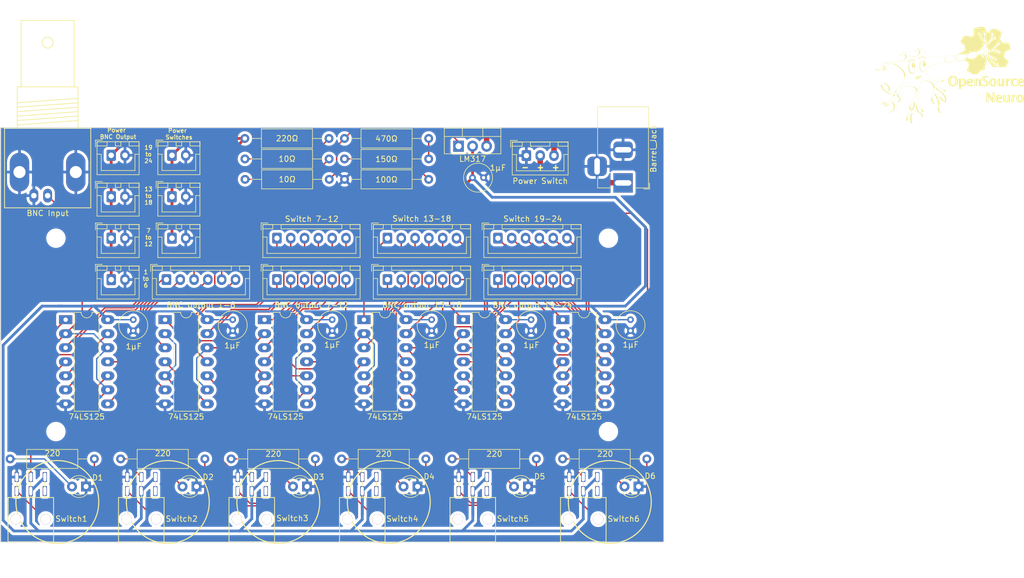
<source format=kicad_pcb>
(kicad_pcb (version 20221018) (generator pcbnew)
  (layers (0 "F.Cu" signal) (31 "B.Cu" signal) (34 "B.Paste" user) (35 "F.Paste" user) (36 "B.SilkS" user "B.Silkscreen") (37 "F.SilkS" user "F.Silkscreen") (38 "B.Mask" user) (39 "F.Mask" user) (44 "Edge.Cuts" user))
  (net 0 "")
  (net 1 "GNDREF")
  (net 2 "Net-(D1-A)")
  (net 3 "Net-(D2-A)")
  (net 4 "Net-(D3-A)")
  (net 5 "Net-(D4-A)")
  (net 6 "Net-(D5-A)")
  (net 7 "Net-(D6-A)")
  (net 8 "Blanking_In")
  (net 9 "Blanking_Out1")
  (net 10 "Blanking_Out2")
  (net 11 "Blanking_Out3")
  (net 12 "Blanking_Out4")
  (net 13 "Blanking_Out5")
  (net 14 "Blanking_Out6")
  (net 15 "Blanking_Out7")
  (net 16 "Blanking_Out8")
  (net 17 "Blanking_Out9")
  (net 18 "Blanking_Out10")
  (net 19 "Blanking_Out11")
  (net 20 "Blanking_Out12")
  (net 21 "On_7")
  (net 22 "On_8")
  (net 23 "On_9")
  (net 24 "On_10")
  (net 25 "On_11")
  (net 26 "On_12")
  (net 27 "5V")
  (net 28 "Blanking_Out13")
  (net 29 "Blanking_Out14")
  (net 30 "Blanking_Out15")
  (net 31 "Blanking_Out16")
  (net 32 "Blanking_Out17")
  (net 33 "Blanking_Out18")
  (net 34 "On_13")
  (net 35 "On_14")
  (net 36 "On_15")
  (net 37 "On_16")
  (net 38 "On_17")
  (net 39 "On_18")
  (net 40 "Blanking_Out19")
  (net 41 "Blanking_Out20")
  (net 42 "Blanking_Out21")
  (net 43 "Blanking_Out22")
  (net 44 "Blanking_Out23")
  (net 45 "Blanking_Out24")
  (net 46 "On_19")
  (net 47 "On_20")
  (net 48 "On_21")
  (net 49 "On_22")
  (net 50 "On_23")
  (net 51 "On_24")
  (net 52 "Net-(J1-Pin_2)")
  (net 53 "+12V")
  (net 54 "Net-(R1-Pad1)")
  (net 55 "Net-(R2-Pad1)")
  (net 56 "Net-(R3-Pad1)")
  (net 57 "Net-(R4-Pad1)")
  (net 58 "Net-(R5-Pad1)")
  (net 59 "Net-(R6-Pad1)")
  (net 60 "On_1")
  (net 61 "Net-(U7-ADJ)")
  (net 62 "Net-(R7-Pad2)")
  (net 63 "On_2")
  (net 64 "Net-(R10-Pad2)")
  (net 65 "Net-(R11-Pad2)")
  (net 66 "On_3")
  (net 67 "Net-(R10-Pad1)")
  (net 68 "On_4")
  (net 69 "On_5")
  (net 70 "On_6")
  (footprint "Resistor_THT:R_Axial_DIN0309_L9.0mm_D3.2mm_P15.24mm_Horizontal" (layer "F.Cu") (at 86.95 109.95 180)
    (fp_text reference "R2")
    (fp_text value "220")
  )
  (footprint "LED_THT:LED_D3.0mm" (layer "F.Cu") (at 85.45 114.95 180)
    (fp_text reference "D2")
    (fp_text value "LED")
  )
  (footprint "Resistor_THT:R_Axial_DIN0309_L9.0mm_D3.2mm_P15.24mm_Horizontal" (layer "F.Cu") (at 94.21 55.65)
    (fp_text reference "R10")
    (fp_text value "10Ω")
  )
  (footprint "Connector_JST:JST_XH_B2B-XH-A_1x02_P2.50mm_Vertical" (layer "F.Cu") (at 81 70)
    (fp_text reference "J13")
    (fp_text value "Power Switch 7-12")
  )
  (footprint "Maxime:maxi_DPDT_Angled" (layer "F.Cu") (at 135.45 124.95)
    (fp_text reference "Switch5")
    (fp_text value "SW_Push_DPDT" hide)
  )
  (footprint "Connector_JST:JST_XH_B2B-XH-A_1x02_P2.50mm_Vertical" (layer "F.Cu") (at 70 70)
    (fp_text reference "J12")
    (fp_text value "Power BNC_Output 7-12")
  )
  (footprint "Connector_JST:JST_XH_B6B-XH-A_1x06_P2.50mm_Vertical" (layer "F.Cu") (at 140 77.5)
    (fp_text reference "J8")
    (fp_text value "BNC output 19-24")
  )
  (footprint "Capacitor_THT:C_Radial_D5.0mm_H5.0mm_P2.00mm" (layer "F.Cu") (at 92 84.75 -90)
    (fp_text reference "C3")
    (fp_text value "1μF")
  )
  (footprint "Package_TO_SOT_THT:TO-220-3_Vertical" (layer "F.Cu") (at 132.87 53.35)
    (fp_text reference "U7")
    (fp_text value "LM317")
  )
  (footprint "MountingHole:MountingHole_3mm" (layer "F.Cu") (at 60 70)
    (fp_text reference "H4")
    (fp_text value "MountingHole")
  )
  (footprint "LED_THT:LED_D3.0mm" (layer "F.Cu") (at 145.45 114.95 180)
    (fp_text reference "D5")
    (fp_text value "LED")
  )
  (footprint "Capacitor_THT:C_Radial_D5.0mm_H5.0mm_P2.00mm" (layer "F.Cu") (at 110 84.75 -90)
    (fp_text reference "C4")
    (fp_text value "1μF")
  )
  (footprint "Connector_JST:JST_XH_B6B-XH-A_1x06_P2.50mm_Vertical" (layer "F.Cu") (at 140 70)
    (fp_text reference "J9")
    (fp_text value "Switch 19-24")
  )
  (footprint "Resistor_THT:R_Axial_DIN0309_L9.0mm_D3.2mm_P15.24mm_Horizontal" (layer "F.Cu") (at 112.23 55.65)
    (fp_text reference "R9")
    (fp_text value "150Ω")
  )
  (footprint "LED_THT:LED_D3.0mm" (layer "F.Cu") (at 165.45 114.95 180)
    (fp_text reference "D6")
    (fp_text value "LED")
  )
  (footprint "Connector_JST:JST_XH_B3B-XH-A_1x03_P2.50mm_Vertical" (layer "F.Cu") (at 145.15 55.05)
    (fp_text reference "J1")
    (fp_text value "Power Switch")
  )
  (footprint "Connector_JST:JST_XH_B2B-XH-A_1x02_P2.50mm_Vertical" (layer "F.Cu") (at 70 62.5)
    (fp_text reference "J14")
    (fp_text value "Power BNC_Output 13-18")
  )
  (footprint "Connector_JST:JST_XH_B6B-XH-A_1x06_P2.50mm_Vertical" (layer "F.Cu") (at 100 70)
    (fp_text reference "J5")
    (fp_text value "Switch 7-12")
  )
  (footprint "Maxime:BNC_Socket_TYCO-AMP_LargePads" (layer "F.Cu") (at 58.5 57.29979)
    (fp_text reference "J2" hide)
    (fp_text value "BNC Input")
  )
  (footprint "Capacitor_THT:C_Radial_D5.0mm_H5.0mm_P2.00mm" (layer "F.Cu") (at 74 84.75 -90)
    (fp_text reference "C2")
    (fp_text value "1μF")
  )
  (footprint "Connector_BarrelJack:BarrelJack_Horizontal" (layer "F.Cu") (at 162.65 60 -90)
    (fp_text reference "J10")
    (fp_text value "Barrel_Jack")
  )
  (footprint "Capacitor_THT:C_Radial_D5.0mm_H5.0mm_P2.00mm" (layer "F.Cu") (at 135.4 59.05)
    (fp_text reference "C1")
    (fp_text value "1μF")
  )
  (footprint "Connector_JST:JST_XH_B2B-XH-A_1x02_P2.50mm_Vertical" (layer "F.Cu") (at 81 55)
    (fp_text reference "J17")
    (fp_text value "Power Switch 19 - 24")
  )
  (footprint "Maxime:maxi_DPDT_Angled" (layer "F.Cu") (at 75.45 124.95)
    (fp_text reference "Switch2")
    (fp_text value "SW_Push_DPDT" hide)
  )
  (footprint "MountingHole:MountingHole_3mm" (layer "F.Cu") (at 160 105 90)
    (fp_text reference "H2")
    (fp_text value "MountingHole")
  )
  (footprint "Maxime:maxi_DPDT_Angled" (layer "F.Cu") (at 115.45 124.95)
    (fp_text reference "Switch4")
    (fp_text value "SW_Push_DPDT" hide)
  )
  (footprint "Maxime:maxi_DPDT_Angled" (layer "F.Cu") (at 95.45 124.95)
    (fp_text reference "Switch3")
    (fp_text value "SW_Push_DPDT" hide)
  )
  (footprint "Package_DIP:DIP-14_W7.62mm_LongPads" (layer "F.Cu") (at 115.75 84.75)
    (fp_text reference "U4")
    (fp_text value "74LS125")
  )
  (footprint "Resistor_THT:R_Axial_DIN0309_L9.0mm_D3.2mm_P15.24mm_Horizontal" (layer "F.Cu") (at 126.95 109.95 180)
    (fp_text reference "R4")
    (fp_text value "220")
  )
  (footprint "Resistor_THT:R_Axial_DIN0309_L9.0mm_D3.2mm_P15.24mm_Horizontal" (layer "F.Cu") (at 106.95 109.95 180)
    (fp_text reference "R3")
    (fp_text value "220")
  )
  (footprint "Connector_JST:JST_XH_B2B-XH-A_1x02_P2.50mm_Vertical" (layer "F.Cu") (at 81 62.5)
    (fp_text reference "J15")
    (fp_text value "Power Switch 13-18")
  )
  (footprint "Capacitor_THT:C_Radial_D5.0mm_H5.0mm_P2.00mm" (layer "F.Cu") (at 146 84.75 -90)
    (fp_text reference "C6")
    (fp_text value "1μF")
  )
  (footprint "LED_THT:LED_D3.0mm" (layer "F.Cu") (at 65.45 114.95 180)
    (fp_text reference "D1")
    (fp_text value "LED")
  )
  (footprint "Connector_JST:JST_XH_B6B-XH-A_1x06_P2.50mm_Vertical" (layer "F.Cu") (at 120 70)
    (fp_text reference "J7")
    (fp_text value "Switch 13-18")
  )
  (footprint "Package_DIP:DIP-14_W7.62mm_LongPads" (layer "F.Cu") (at 61.75 84.75)
    (fp_text reference "U1")
    (fp_text value "74LS125")
  )
  (footprint "MountingHole:MountingHole_3mm" (layer "F.Cu") (at 160 70)
    (fp_text reference "H3")
    (fp_text value "MountingHole")
  )
  (footprint "Capacitor_THT:C_Radial_D5.0mm_H5.0mm_P2.00mm" (layer "F.Cu") (at 128 84.75 -90)
    (fp_text reference "C5")
    (fp_text value "1μF")
  )
  (footprint "Resistor_THT:R_Axial_DIN0309_L9.0mm_D3.2mm_P15.24mm_Horizontal" (layer "F.Cu") (at 146.95 109.95 180)
    (fp_text reference "R5")
    (fp_text value "220")
  )
  (footprint "Maxime:maxi_DPDT_Angled" (layer "F.Cu") (at 55.45 124.95)
    (fp_text reference "Switch1")
    (fp_text value "SW_Push_DPDT" hide)
  )
  (footprint "Package_DIP:DIP-14_W7.62mm_LongPads" (layer "F.Cu") (at 151.75 84.75)
    (fp_text reference "U6")
    (fp_text value "74LS125")
  )
  (footprint "MountingHole:MountingHole_3mm" (layer "F.Cu") (at 60 105)
    (fp_text reference "H1")
    (fp_text value "MountingHole")
  )
  (footprint "Package_DIP:DIP-14_W7.62mm_LongPads" (layer "F.Cu") (at 79.75 84.75)
    (fp_text reference "U2")
    (fp_text value "74LS125")
  )
  (footprint "Resistor_THT:R_Axial_DIN0309_L9.0mm_D3.2mm_P15.24mm_Horizontal" (layer "F.Cu") (at 94.19 51.95)
    (fp_text reference "R12")
    (fp_text value "220Ω")
  )
  (footprint "Connector_JST:JST_XH_B6B-XH-A_1x06_P2.50mm_Vertical" (layer "F.Cu") (at 80 77.5)
    (fp_text reference "J3")
    (fp_text value "BNC output 1-6")
  )
  (footprint "Connector_JST:JST_XH_B2B-XH-A_1x02_P2.50mm_Vertical" (layer "F.Cu") (at 70 77.5)
    (fp_text reference "J11")
    (fp_text value "Power BNC_Output 1-6")
  )
  (footprint "Resistor_THT:R_Axial_DIN0309_L9.0mm_D3.2mm_P15.24mm_Horizontal" (layer "F.Cu") (at 112.23 51.95)
    (fp_text reference "R7")
    (fp_text value "470Ω")
  )
  (footprint "Maxime:Spiky175h" (layer "F.Cu") (at 221.387679 40.475577)
    (fp_text reference "G***")
    (fp_text value "LOGO" hide)
  )
  (footprint "Connector_JST:JST_XH_B6B-XH-A_1x06_P2.50mm_Vertical" (layer "F.Cu") (at 120 77.5)
    (fp_text reference "J6")
    (fp_text value "BNC output 13-18")
  )
  (footprint "LED_THT:LED_D3.0mm" (layer "F.Cu") (at 125.45 114.95 180)
    (fp_text reference "D4")
    (fp_text value "LED")
  )
  (footprint "Capacitor_THT:C_Radial_D5.0mm_H5.0mm_P2.00mm" (layer "F.Cu") (at 164 84.75 -90)
    (fp_text reference "C7")
    (fp_text value "1μF")
  )
  (footprint "Resistor_THT:R_Axial_DIN0309_L9.0mm_D3.2mm_P15.24mm_Horizontal" (layer "F.Cu") (at 166.95 109.95 180)
    (fp_text reference "R6")
    (fp_text value "220")
  )
  (footprint "Resistor_THT:R_Axial_DIN0309_L9.0mm_D3.2mm_P15.24mm_Horizontal" (layer "F.Cu") (at 94.23 59.35)
    (fp_text reference "R8")
    (fp_text value "10Ω")
  )
  (footprint "Maxime:maxi_DPDT_Angled" (layer "F.Cu") (at 155.45 124.95)
    (fp_text reference "Switch6")
    (fp_text value "SW_Push_DPDT" hide)
  )
  (footprint "Connector_JST:JST_XH_B6B-XH-A_1x06_P2.50mm_Vertical" (layer "F.Cu") (at 100 77.5)
    (fp_text reference "J4")
    (fp_text value "BNC output 7-12")
  )
  (footprint "Package_DIP:DIP-14_W7.62mm_LongPads" (layer "F.Cu") (at 133.75 84.75)
    (fp_text reference "U5")
    (fp_text value "74LS125")
  )
  (footprint "Connector_JST:JST_XH_B2B-XH-A_1x02_P2.50mm_Vertical" (layer "F.Cu") (at 70 55)
    (fp_text reference "J16")
    (fp_text value "Power BNC_Output 19-24")
  )
  (footprint "LED_THT:LED_D3.0mm" (layer "F.Cu") (at 105.45 114.95 180)
    (fp_text reference "D3")
    (fp_text value "LED")
  )
  (footprint "Package_DIP:DIP-14_W7.62mm_LongPads" (layer "F.Cu") (at 97.75 84.75)
    (fp_text reference "U3")
    (fp_text value "74LS125")
  )
  (footprint "Resistor_THT:R_Axial_DIN0309_L9.0mm_D3.2mm_P15.24mm_Horizontal" (layer "F.Cu") (at 112.23 59.35)
    (fp_text reference "R11")
    (fp_text value "100Ω")
  )
  (footprint "Resistor_THT:R_Axial_DIN0309_L9.0mm_D3.2mm_P15.24mm_Horizontal" (layer "F.Cu") (at 66.95 109.95 180)
    (fp_text reference "R1")
    (fp_text value "220")
  )
  (gr_circle (center 100.25 117.75) (end 107.75 117.75) (stroke (width 0.2)) (fill none) (layer "F.SilkS"))
  (gr_circle (center 80.25 117.75) (end 87.75 117.75) (stroke (width 0.2)) (fill none) (layer "F.SilkS"))
  (gr_circle (center 160.25 117.75) (end 167.75 117.75) (stroke (width 0.2)) (fill none) (layer "F.SilkS"))
  (gr_circle (center 120.25 117.75) (end 127.75 117.75) (stroke (width 0.2)) (fill none) (layer "F.SilkS"))
  (gr_circle (center 60.25 117.75) (end 67.75 117.75) (stroke (width 0.2)) (fill none) (layer "F.SilkS"))
  (gr_rect (start 50 50) (end 170 125) (stroke (width 0.1)) (fill none) (layer "Edge.Cuts"))
  (gr_text "Power \nSwitches\n\n\n\n" (at 82.275 55.8) (layer "F.SilkS") (effects (font (size 0.75 0.75) (thickness 0.15) bold) (justify bottom)))
  (gr_text "7\nto\n12\n" (at 76.75 71.5) (layer "F.SilkS") (effects (font (size 0.75 0.75) (thickness 0.15) bold) (justify bottom)))
  (gr_text "1\nto\n6\n" (at 76.275 78.975) (layer "F.SilkS") (effects (font (size 0.75 0.75) (thickness 0.15) bold) (justify bottom)))
  (gr_text "-  +  +" (at 144.15 57.75) (layer "F.SilkS") (effects (font (size 1 1) (thickness 0.25) bold) (justify left bottom)))
  (gr_text "19\nto\n24\n" (at 76.75 56.45) (layer "F.SilkS") (effects (font (size 0.75 0.75) (thickness 0.15) bold) (justify bottom)))
  (gr_text "13\nto\n18\n" (at 76.75 63.975) (layer "F.SilkS") (effects (font (size 0.75 0.75) (thickness 0.15) bold) (justify bottom)))
  (gr_text "Power \nBNC Output\n\n" (at 71.25 53.3) (layer "F.SilkS") (effects (font (size 0.75 0.75) (thickness 0.15) bold) (justify bottom)))
  (segment (start 51.71 109.95) (end 57.91 109.95) (width 0.25) (layer "B.Cu") (net 2))
  (segment (start 57.91 109.95) (end 62.91 114.95) (width 0.25) (layer "B.Cu") (net 2))
  (segment (start 71.71 109.95) (end 77.91 109.95) (width 0.25) (layer "F.Cu") (net 3))
  (segment (start 77.91 109.95) (end 82.91 114.95) (width 0.25) (layer "F.Cu") (net 3))
  (segment (start 91.71 109.95) (end 97.91 109.95) (width 0.25) (layer "F.Cu") (net 4))
  (segment (start 97.91 109.95) (end 102.91 114.95) (width 0.25) (layer "F.Cu") (net 4))
  (segment (start 111.71 109.95) (end 117.91 109.95) (width 0.25) (layer "F.Cu") (net 5))
  (segment (start 117.91 109.95) (end 122.91 114.95) (width 0.25) (layer "F.Cu") (net 5))
  (segment (start 131.71 109.95) (end 137.91 109.95) (width 0.25) (layer "F.Cu") (net 6))
  (segment (start 137.91 109.95) (end 142.91 114.95) (width 0.25) (layer "F.Cu") (net 6))
  (segment (start 157.91 109.95) (end 162.91 114.95) (width 0.25) (layer "F.Cu") (net 7))
  (segment (start 151.71 109.95) (end 157.91 109.95) (width 0.25) (layer "F.Cu") (net 7))
  (segment (start 80.175 73.725) (end 86.05 73.725) (width 0.25) (layer "F.Cu") (net 8))
  (segment (start 125.475 91.935) (end 125.475 96) (width 0.25) (layer "F.Cu") (net 8))
  (segment (start 151.1 102.225) (end 149.688604 102.225) (width 0.25) (layer "F.Cu") (net 8))
  (segment (start 92.67 89.83) (end 97.75 94.91) (width 0.25) (layer "F.Cu") (net 8))
  (segment (start 148.225 96.685) (end 148.225 100.6) (width 0.25) (layer "F.Cu") (net 8))
  (segment (start 97.75 87.29) (end 95.21 89.83) (width 0.25) (layer "F.Cu") (net 8))
  (segment (start 82.6625 97.8225) (end 82.6625 100.3375) (width 0.25) (layer "F.Cu") (net 8))
  (segment (start 123.37 89.83) (end 125.475 91.935) (width 0.25) (layer "F.Cu") (net 8))
  (segment (start 59.85 89.19) (end 59.85 90.55) (width 0.25) (layer "F.Cu") (net 8))
  (segment (start 95.3675 100.923622) (end 96.668878 102.225) (width 0.25) (layer "F.Cu") (net 8))
  (segment (start 64.75 69.275) (end 64.75 68.8) (width 0.25) (layer "F.Cu") (net 8))
  (segment (start 87.37 89.83) (end 92.67 89.83) (width 0.25) (layer "F.Cu") (net 8))
  (segment (start 65.875 100.945) (end 69.37 97.45) (width 0.25) (layer "F.Cu") (net 8))
  (segment (start 161.475 93.675) (end 161.475 101.325) (width 0.25) (layer "F.Cu") (net 8))
  (segment (start 128.145 102.225) (end 126.835 100.915) (width 0.25) (layer "F.Cu") (net 8))
  (segment (start 141.065 102.225) (end 142.3 102.225) (width 0.25) (layer "F.Cu") (net 8))
  (segment (start 148.225 93.113604) (end 150.213604 91.125) (width 0.25) (layer "F.Cu") (net 8))
  (segment (start 125.475 99.555) (end 126.835 100.915) (width 0.25) (layer "F.Cu") (net 8))
  (segment (start 64.75 69.7) (end 64.75 69.275) (width 0.25) (layer "F.Cu") (net 8))
  (segment (start 112.9 93.625) (end 112.9 92.55) (width 0.25) (layer "F.Cu") (net 8))
  (segment (start 114.025 102.225) (end 114.725 102.225) (width 0.25) (layer "F.Cu") (net 8))
  (segment (start 148.225 100.761396) (end 148.225 100.6) (width 0.25) (layer "F.Cu") (net 8))
  (segment (start 79.75 94.91) (end 82.6625 97.8225) (width 0.25) (layer "F.Cu") (net 8))
  (segment (start 152.725 91.125) (end 153.75 90.1) (width 0.25) (layer "F.Cu") (net 8))
  (segment (start 142.3 102.225) (end 128.145 102.225) (width 0.25) (layer "F.Cu") (net 8))
  (segment (start 149.688604 102.225) (end 148.225 100.761396) (width 0.25) (layer "F.Cu") (net 8))
  (segment (start 96.465 93.625) (end 97.75 94.91) (width 0.25) (layer "F.Cu") (net 8))
  (segment (start 100.595 102.225) (end 99.725 102.225) (width 0.25) (layer "F.Cu") (net 8))
  (segment (start 153.75 90.1) (end 153.75 92.91) (width 0.25) (layer "F.Cu") (net 8))
  (segment (start 148.225 100.6) (end 148.225 93.113604) (width 0.25) (layer "F.Cu") (net 8))
  (segment (start 151.1 102.225) (end 146.145 102.225) (width 0.25) (layer "F.Cu") (net 8))
  (segment (start 146.145 102.225) (end 142.3 102.225) (width 0.25) (layer "F.Cu") (net 8))
  (segment (start 151.75 87.29) (end 153.75 89.29) (width 0.25) (layer "F.Cu") (net 8))
  (segment (start 161.475 91.935) (end 161.475 93.675) (width 0.25) (layer "F.Cu") (net 8))
  (segment (start 96.668878 102.225) (end 99.725 102.225) (width 0.25) (layer "F.Cu") (net 8))
  (segment (start 146.145 102.225) (end 141.37 97.45) (width 0.25) (layer "F.Cu") (net 8))
  (segment (start 133.75 87.29) (end 131.21 89.83) (width 0.25) (layer "F.Cu") (net 8))
  (segment (start 160.575 102.225) (end 159.275 102.225) (width 0.25) (layer "F.Cu") (net 8))
  (segment (start 61.75 87.29) (end 59.85 89.19) (width 0.25) (layer "F.Cu") (net 8))
  (segment (start 64.75 69.7) (end 64.75 68.55105) (width 0.25) (layer "F.Cu") (net 8))
  (segment (start 125.475 95.565) (end 125.475 96) (width 0.25) (layer "F.Cu") (net 8))
  (segment (start 75.975 107.025) (end 67.636396 107.025) (width 0.25) (layer "F.Cu") (net 8))
  (segment (start 105.37 97.45) (end 100.595 102.225) (width 0.25) (layer "F.Cu") (net 8))
  (segment (start 63.15 91.075) (end 63.6 91.525) (width 0.25) (layer "F.Cu") (net 8))
  (segment (start 126.835 100.915) (end 123.37 97.45) (width 0.25) (layer "F.Cu") (net 8))
  (segment (start 110.145 102.225) (end 99.725 102.225) (width 0.25) (layer "F.Cu") (net 8))
  (segment (start 153.75 92.91) (end 151.75 94.91) (width 0.25) (layer "F.Cu") (net 8))
  (segment (start 97.75 94.91) (end 95.3675 97.2925) (width 0.25) (layer "F.Cu") (net 8))
  (segment (start 167.075 68.425) (end 167.075 98.05) (width 0.25) (layer "F.Cu") (net 8))
  (segment (start 86.05 73.725) (end 94.275 65.5) (width 0.25) (layer "F.Cu") (net 8))
  (segment (start 61.75 87.29) (end 64.5575 84.4825) (width 0.25) (layer "F.Cu") (net 8))
  (segment (start 159.275 102.225) (end 151.1 102.225) (width 0.25) (layer "F.Cu") (net 8))
  (segment (start 153.75 89.29) (end 153.75 90.1) (width 0.25) (layer "F.Cu") (net 8))
  (segment (start 77.5 78.59302) (end 77.5 76.4) (width 0.25) (layer "F.Cu") (net 8))
  (segment (start 125.475 96) (end 125.475 99.555) (width 0.25) (layer "F.Cu") (net 8))
  (segment (start 64.75 68.55105) (end 58.5 62.30105) (width 0.25) (layer "F.Cu") (net 8))
  (segment (start 82.6625 100.3375) (end 75.975 107.025) (width 0.25) (layer "F.Cu") (net 8))
  (segment (start 161.475 93.675) (end 161.475 95.345) (width 0.25) (layer "F.Cu") (net 8))
  (segment (start 141.37 89.83) (end 148.225 96.685) (width 0.25) (layer "F.Cu") (net 8))
  (segment (start 112.9 101.1) (end 114.025 102.225) (width 0.25) (layer "F.Cu") (net 8))
  (segment (start 65.875 105.263604) (end 65.875 100.945) (width 0.25) (layer "F.Cu") (net 8))
  (segment (start 114.725 102.225) (end 110.145 102.225) (width 0.25) (layer "F.Cu") (net 8))
  (segment (start 64.5575 84.4825) (end 64.75 84.29) (width 0.25) (layer "F.Cu") (net 8))
  (segment (start 61.75 94.91) (end 63.6 93.06) (width 0.25) (layer "F.Cu") (net 8))
  (segment (start 94.275 65.5) (end 164.15 65.5) (width 0.25) (layer "F.Cu") (net 8))
  (segment (start 77.5 76.4) (end 80.175 73.725) (width 0.25) (layer "F.Cu") (net 8))
  (segment (start 66.89 82.15) (end 73.94302 82.15) (width 0.25) (layer "F.Cu") (net 8))
  (segment (start 159.37 89.83) (end 161.475 91.935) (width 0.25) (layer "F.Cu") (net 8))
  (segment (start 161.475 101.325) (end 160.575 102.225) (width 0.25) (layer "F.Cu") (net 8))
  (segment (start 64.75 84.29) (end 64.75 69.7) (width 0.25) (layer "F.Cu") (net 8))
  (segment (start 150.213604 91.125) (end 152.725 91.125) (width 0.25) (layer "F.Cu") (net 8))
  (segment (start 59.85 90.55) (end 60.375 91.075) (width 0.25) (layer "F.Cu") (net 8))
  (segment (start 64.5575 84.4825) (end 66.89 82.15) (width 0.25) (layer "F.Cu") (net 8))
  (segment (start 112.9 90.14) (end 115.75 87.29) (width 0.25) (layer "F.Cu") (net 8))
  (segment (start 67.636396 107.025) (end 65.875 105.263604) (width 0.25) (layer "F.Cu") (net 8))
  (segment (start 164.15 65.5) (end 167.075 68.425) (width 0.25) (layer "F.Cu") (net 8))
  (segment (start 133.75 94.91) (end 141.065 102.225) (width 0.25) (layer "F.Cu") (net 8))
  (segment (start 112.9 97.36) (end 112.9 101.1) (width 0.25) (layer "F.Cu") (net 8))
  (segment (start 131.21 89.83) (end 123.37 89.83) (width 0.25) (layer "F.Cu") (net 8))
  (segment (start 162.9 102.225) (end 159.275 102.225) (width 0.25) (layer "F.Cu") (net 8))
  (segment (start 73.94302 82.15) (end 77.5 78.59302) (width 0.25) (layer "F.Cu") (net 8))
  (segment (start 63.6 91.525) (end 63.6 93.06) (width 0.25) (layer "F.Cu") (net 8))
  (segment (start 167.075 98.05) (end 162.9 102.225) (width 0.25) (layer "F.Cu") (net 8))
  (segment (start 161.475 95.345) (end 159.37 97.45) (width 0.25) (layer "F.Cu") (net 8))
  (segment (start 112.9 93.625) (end 112.9 90.14) (width 0.25) (layer "F.Cu") (net 8))
  (segment (start 112.9 97.36) (end 112.9 93.625) (width 0.25) (layer "F.Cu") (net 8))
  (segment (start 95.21 89.83) (end 87.37 89.83) (width 0.25) (layer "F.Cu") (net 8))
  (segment (start 95.3675 97.2925) (end 95.3675 100.923622) (width 0.25) (layer "F.Cu") (net 8))
  (segment (start 128.145 102.225) (end 114.725 102.225) (width 0.25) (layer "F.Cu") (net 8))
  (segment (start 60.375 91.075) (end 63.15 91.075) (width 0.25) (layer "F.Cu") (net 8))
  (segment (start 81.675 89.215) (end 81.675 92.985) (width 0.25) (layer "B.Cu") (net 8))
  (segment (start 85.475 95.555) (end 85.475 91.725) (width 0.25) (layer "B.Cu") (net 8))
  (segment (start 69.37 89.83) (end 67.375 91.825) (width 0.25) (layer "B.Cu") (net 8))
  (segment (start 67.375 91.825) (end 67.375 95.455) (width 0.25) (layer "B.Cu") (net 8))
  (segment (start 117.625 93.035) (end 115.75 94.91) (width 0.25) (layer "B.Cu") (net 8))
  (segment (start 67.375 95.455) (end 69.37 97.45) (width 0.25) (layer "B.Cu") (net 8))
  (segment (start 117.625 89.165) (end 117.625 93.035) (width 0.25) (layer "B.Cu") (net 8))
  (segment (start 115.75 87.29) (end 117.625 89.165) (width 0.25) (layer "B.Cu") (net 8))
  (segment (start 85.475 91.725) (end 87.37 89.83) (width 0.25) (layer "B.Cu") (net 8))
  (segment (start 105.37 89.83) (end 103.425 91.775) (width 0.25) (layer "B.Cu") (net 8))
  (segment (start 103.425 91.775) (end 103.425 95.505) (width 0.25) (layer "B.Cu") (net 8))
  (segment (start 66.83 87.29) (end 69.37 89.83) (width 0.25) (layer "B.Cu") (net 8))
  (segment (start 103.425 95.505) (end 105.37 97.45) (width 0.25) (layer "B.Cu") (net 8))
  (segment (start 61.75 87.29) (end 66.83 87.29) (width 0.25) (layer "B.Cu") (net 8))
  (segment (start 79.75 87.29) (end 81.675 89.215) (width 0.25) (layer "B.Cu") (net 8))
  (segment (start 81.675 92.985) (end 79.75 94.91) (width 0.25) (layer "B.Cu") (net 8))
  (segment (start 87.37 97.45) (end 85.475 95.555) (width 0.25) (layer "B.Cu") (net 8))
  (segment (start 79.229416 77.5) (end 80 77.5) (width 0.25) (layer "F.Cu") (net 9))
  (segment (start 68.863604 82.6) (end 72.875 82.6) (width 0.25) (layer "F.Cu") (net 9))
  (segment (start 61.75 89.713604) (end 68.863604 82.6) (width 0.25) (layer "F.Cu") (net 9))
  (segment (start 61.75 89.83) (end 61.75 89.713604) (width 0.25) (layer "F.Cu") (net 9))
  (segment (start 74.129416 82.6) (end 79.229416 77.5) (width 0.25) (layer "F.Cu") (net 9))
  (segment (start 63.4275 88.036104) (end 68.863604 82.6) (width 0.25) (layer "F.Cu") (net 9))
  (segment (start 68.863604 82.6) (end 74.129416 82.6) (width 0.25) (layer "F.Cu") (net 9))
  (segment (start 77.790812 79.575) (end 74.315812 83.05) (width 0.25) (layer "F.Cu") (net 10))
  (segment (start 80.425 79.575) (end 77.790812 79.575) (width 0.25) (layer "F.Cu") (net 10))
  (segment (start 69.05 83.075) (end 69.05 83.05) (width 0.25) (layer "F.Cu") (net 10))
  (segment (start 64.2275 87.8975) (end 69.05 83.075) (width 0.25) (layer "F.Cu") (net 10))
  (segment (start 63.8 95.4) (end 61.75 97.45) (width 0.25) (layer "F.Cu") (net 10))
  (segment (start 64.2275 94.9725) (end 63.8 95.4) (width 0.25) (layer "F.Cu") (net 10))
  (segment (start 82.5 77.5) (end 80.425 79.575) (width 0.25) (layer "F.Cu") (net 10))
  (segment (start 74.315812 83.05) (end 69.05 83.05) (width 0.25) (layer "F.Cu") (net 10))
  (segment (start 64.05 95.15) (end 63.8 95.4) (width 0.25) (layer "F.Cu") (net 10))
  (segment (start 64.2275 89.325) (end 64.2275 94.9725) (width 0.25) (layer "F.Cu") (net 10))
  (segment (start 64.2275 89.325) (end 64.2275 87.8975) (width 0.25) (layer "F.Cu") (net 10))
  (segment (start 78.163604 80.475) (end 87.1 80.475) (width 0.25) (layer "F.Cu") (net 11))
  (segment (start 69.37 99.99) (end 75.8 93.56) (width 0.25) (layer "F.Cu") (net 11))
  (segment (start 88.75 75.9) (end 87.6 74.75) (width 0.25) (layer "F.Cu") (net 11))
  (segment (start 87.6 74.75) (end 85.825 74.75) (width 0.25) (layer "F.Cu") (net 11))
  (segment (start 85.825 74.75) (end 85 75.575) (width 0.25) (layer "F.Cu") (net 11))
  (segment (start 75.8 82.838604) (end 78.163604 80.475) (width 0.25) (layer "F.Cu") (net 11))
  (segment (start 75.8 93.56) (end 75.8 82.838604) (width 0.25) (layer "F.Cu") (net 11))
  (segment (start 85 75.575) (end 85 77.5) (width 0.25) (layer "F.Cu") (net 11))
  (segment (start 87.1 80.475) (end 88.75 78.825) (width 0.25) (layer "F.Cu") (net 11))
  (segment (start 88.75 78.825) (end 88.75 75.9) (width 0.25) (layer "F.Cu") (net 11))
  (segment (start 87.5 77.5) (end 84.975 80.025) (width 0.25) (layer "F.Cu") (net 12))
  (segment (start 84.975 80.025) (end 77.977208 80.025) (width 0.25) (layer "F.Cu") (net 12))
  (segment (start 74.005 92.37) (end 69.37 92.37) (width 0.25) (layer "F.Cu") (net 12))
  (segment (start 75.35 82.652208) (end 75.35 91.025) (width 0.25) (layer "F.Cu") (net 12))
  (segment (start 75.35 91.025) (end 74.005 92.37) (width 0.25) (layer "F.Cu") (net 12))
  (segment (start 77.977208 80.025) (end 75.35 82.652208) (width 0.25) (layer "F.Cu") (net 12))
  (segment (start 93.725 74.75) (end 95.075 76.1) (width 0.25) (layer "F.Cu") (net 13))
  (segment (start 78.536396 81.375) (end 76.7 83.211396) (width 0.25) (layer "F.Cu") (net 13))
  (segment (start 76.7 86.78) (end 79.75 89.83) (width 0.25) (layer "F.Cu") (net 13))
  (segment (start 90 77.5) (end 90 75.8) (width 0.25) (layer "F.Cu") (net 13))
  (segment (start 76.7 83.211396) (end 76.7 86.78) (width 0.25) (layer "F.Cu") (net 13))
  (segment (start 91.05 74.75) (end 93.725 74.75) (width 0.25) (layer "F.Cu") (net 13))
  (segment (start 95.075 78.275) (end 91.975 81.375) (width 0.25) (layer "F.Cu") (net 13))
  (segment (start 90 75.8) (end 91.05 74.75) (width 0.25) (layer "F.Cu") (net 13))
  (segment (start 91.975 81.375) (end 78.536396 81.375) (width 0.25) (layer "F.Cu") (net 13))
  (segment (start 95.075 76.1) (end 95.075 78.275) (width 0.25) (layer "F.Cu") (net 13))
  (segment (start 89.075 80.925) (end 92.5 77.5) (width 0.25) (layer "F.Cu") (net 14))
  (segment (start 76.25 83.025) (end 78.35 80.925) (width 0.25) (layer "F.Cu") (net 14))
  (segment (start 76.25 93.95) (end 76.25 83.025) (width 0.25) (layer "F.Cu") (net 14))
  (segment (start 79.75 97.45) (end 76.25 93.95) (width 0.25) (layer "F.Cu") (net 14))
  (segment (start 78.35 80.925) (end 89.075 80.925) (width 0.25) (layer "F.Cu") (net 14))
  (segment (start 87.27 82.455) (end 96.5 82.455) (width 0.25) (layer "F.Cu") (net 15))
  (segment (start 100 78.955) (end 100 77.5) (width 0.25) (layer "F.Cu") (net 15))
  (segment (start 84.4625 85.2625) (end 87.27 82.455) (width 0.25) (layer "F.Cu") (net 15))
  (segment (start 84.4625 97.0825) (end 84.4625 85.2625) (width 0.25) (layer "F.Cu") (net 15))
  (segment (start 87.37 99.99) (end 84.4625 97.0825) (width 0.25) (layer "F.Cu") (net 15))
  (segment (start 96.5 82.455) (end 100 78.955) (width 0.25) (layer "F.Cu") (net 15))
  (segment (start 88.75 88.55) (end 89.275 88.025) (width 0.25) (layer "F.Cu") (net 16))
  (segment (start 98.681396 83.355) (end 102.5 79.536396) (width 0.25) (layer "F.Cu") (net 16))
  (segment (start 85.375 90.375) (end 85.375 89.5) (width 0.25) (layer "F.Cu") (net 16))
  (segment (start 86.325 88.55) (end 88.75 88.55) (width 0.25) (layer "F.Cu") (net 16))
  (segment (start 89.275 88.025) (end 89.275 86.021396) (width 0.25) (layer "F.Cu") (net 16))
  (segment (start 102.5 79.536396) (end 102.5 77.5) (width 0.25) (layer "F.Cu") (net 16))
  (segment (start 91.941396 83.355) (end 98.681396 83.355) (width 0.25) (layer "F.Cu") (net 16))
  (segment (start 87.37 92.37) (end 85.375 90.375) (width 0.25) (layer "F.Cu") (net 16))
  (segment (start 89.275 86.021396) (end 91.941396 83.355) (width 0.25) (layer "F.Cu") (net 16))
  (segment (start 85.375 89.5) (end 86.325 88.55) (width 0.25) (layer "F.Cu") (net 16))
  (segment (start 97.75 89.83) (end 100.24 87.34) (width 0.25) (layer "F.Cu") (net 17))
  (segment (start 105 79.954416) (end 105 77.5) (width 0.25) (layer "F.Cu") (net 17))
  (segment (start 100.24 84.714416) (end 105 79.954416) (width 0.25) (layer "F.Cu") (net 17))
  (segment (start 100.24 87.34) (end 100.24 84.714416) (width 0.25) (layer "F.Cu") (net 17))
  (segment (start 101.14 85.087208) (end 101.14 94.06) (width 0.25) (layer "F.Cu") (net 18))
  (segment (start 101.14 94.06) (end 97.75 97.45) (width 0.25) (layer "F.Cu") (net 18))
  (segment (start 104.327208 81.9) (end 101.14 85.087208) (width 0.25) (layer "F.Cu") (net 18))
  (segment (start 107.5 77.5) (end 107.5 80.2) (width 0.25) (layer "F.Cu") (net 18))
  (segment (start 107.5 80.2) (end 105.8 81.9) (width 0.25) (layer "F.Cu") (net 18))
  (segment (start 105.8 81.9) (end 104.327208 81.9) (width 0.25) (layer "F.Cu") (net 18))
  (segment (start 102.04 92.125) (end 102.04 85.46) (width 0.25) (layer "F.Cu") (net 19))
  (segment (start 104.7 82.8) (end 107.525 82.8) (width 0.25) (layer "F.Cu") (net 19))
  (segment (start 106.8 93.65) (end 103.565 93.65) (width 0.25) (layer "F.Cu") (net 19))
  (segment (start 107.525 82.8) (end 110 80.325) (width 0.25) (layer "F.Cu") (net 19))
  (segment (start 110 80.325) (end 110 77.5) (width 0.25) (layer "F.Cu") (net 19))
  (segment (start 102.04 85.46) (end 104.7 82.8) (width 0.25) (layer "F.Cu") (net 19))
  (segment (start 107.925 94.775) (end 106.8 93.65) (width 0.25) (layer "F.Cu") (net 19))
  (segment (start 105.37 99.99) (end 107.925 97.435) (width 0.25) (layer "F.Cu") (net 19))
  (segment (start 103.565 93.65) (end 102.04 92.125) (width 0.25) (layer "F.Cu") (net 19))
  (segment (start 107.925 97.435) (end 107.925 94.775) (width 0.25) (layer "F.Cu") (net 19))
  (segment (start 110.405 92.37) (end 112.45 90.325) (width 0.25) (layer "F.Cu") (net 20))
  (segment (start 112.5 77.5) (end 112.45 77.55) (width 0.25) (layer "F.Cu") (net 20))
  (segment (start 105.37 92.37) (end 110.405 92.37) (width 0.25) (layer "F.Cu") (net 20))
  (segment (start 112.45 77.55) (end 112.45 90.325) (width 0.25) (layer "F.Cu") (net 20))
  (segment (start 90.2 100.925) (end 88.85 102.275) (width 0.25) (layer "F.Cu") (net 21))
  (segment (start 90.2 97.74) (end 90.2 100.925) (width 0.25) (layer "F.Cu") (net 21))
  (segment (start 84.0125 99.876104) (end 84.0125 85.076104) (width 0.25) (layer "F.Cu") (net 21))
  (segment (start 86.411396 102.275) (end 84.0125 99.876104) (width 0.25) (layer "F.Cu") (net 21))
  (segment (start 100 72.8) (end 100 70) (width 0.25) (layer "F.Cu") (net 21))
  (segment (start 87.083604 82.005) (end 96.313604 82.005) (width 0.25) (layer "F.Cu") (net 21))
  (segment (start 84.0125 85.076104) (end 87.083604 82.005) (width 0.25) (layer "F.Cu") (net 21))
  (segment (start 97.25 81.068604) (end 97.25 75.55) (width 0.25) (layer "F.Cu") (net 21))
  (segment (start 87.37 94.91) (end 90.2 97.74) (width 0.25) (layer "F.Cu") (net 21))
  (segment (start 88.85 102.275) (end 86.411396 102.275) (width 0.25) (layer "F.Cu") (net 21))
  (segment (start 97.25 75.55) (end 100 72.8) (width 0.25) (layer "F.Cu") (net 21))
  (segment (start 96.313604 82.005) (end 97.25 81.068604) (width 0.25) (layer "F.Cu") (net 21))
  (segment (start 98.495 82.905) (end 91.755 82.905) (width 0.25) (layer "F.Cu") (net 22))
  (segment (start 102.5 70) (end 102.5 72.775) (width 0.25) (layer "F.Cu") (net 22))
  (segment (start 102.5 72.775) (end 101.25 74.025) (width 0.25) (layer "F.Cu") (net 22))
  (segment (start 101.25 80.15) (end 98.495 82.905) (width 0.25) (layer "F.Cu") (net 22))
  (segment (start 101.25 74.025) (end 101.25 80.15) (width 0.25) (layer "F.Cu") (net 22))
  (segment (start 87.37 87.29) (end 91.755 82.905) (width 0.25) (layer "F.Cu") (net 22))
  (segment (start 105 70) (end 105 72.775) (width 0.25) (layer "F.Cu") (net 23))
  (segment (start 103.75 74.025) (end 103.75 80.2) (width 0.25) (layer "F.Cu") (net 23))
  (segment (start 105 72.775) (end 103.75 74.025) (width 0.25) (layer "F.Cu") (net 23))
  (segment (start 103.75 80.2) (end 99.2 84.75) (width 0.25) (layer "F.Cu") (net 23))
  (segment (start 99.2 84.75) (end 97.75 84.75) (width 0.25) (layer "F.Cu") (net 23))
  (segment (start 100.69 84.900812) (end 104.140812 81.45) (width 0.25) (layer "F.Cu") (net 24))
  (segment (start 106.275 80.2) (end 106.275 74.025) (width 0.25) (layer "F.Cu") (net 24))
  (segment (start 97.75 92.37) (end 100.69 89.43) (width 0.25) (layer "F.Cu") (net 24))
  (segment (start 106.275 74.025) (end 107.5 72.8) (width 0.25) (layer "F.Cu") (net 24))
  (segment (start 104.140812 81.45) (end 105.025 81.45) (width 0.25) (layer "F.Cu") (net 24))
  (segment (start 100.69 89.43) (end 100.69 84.900812) (width 0.25) (layer "F.Cu") (net 24))
  (segment (start 107.5 72.8) (end 107.5 70) (width 0.25) (layer "F.Cu") (net 24))
  (segment (start 105.025 81.45) (end 106.275 80.2) (width 0.25) (layer "F.Cu") (net 24))
  (segment (start 101.59 85.273604) (end 104.513604 82.35) (width 0.25) (layer "F.Cu") (net 25))
  (segment (start 110 72.675) (end 110 70) (width 0.25) (layer "F.Cu") (net 25))
  (segment (start 104.513604 82.35) (end 106.65 82.35) (width 0.25) (layer "F.Cu") (net 25))
  (segment (start 108.75 80.25) (end 108.75 73.925) (width 0.25) (layer "F.Cu") (net 25))
  (segment (start 101.59 93.725) (end 101.59 85.273604) (width 0.25) (layer "F.Cu") (net 25))
  (segment (start 106.65 82.35) (end 108.75 80.25) (width 0.25) (layer "F.Cu") (net 25))
  (segment (start 102.775 94.91) (end 101.59 93.725) (width 0.25) (layer "F.Cu") (net 25))
  (segment (start 105.37 94.91) (end 102.775 94.91) (width 0.25) (layer "F.Cu") (net 25))
  (segment (start 108.75 73.925) (end 110 72.675) (width 0.25) (layer "F.Cu") (net 25))
  (segment (start 111.275 73.675) (end 112.5 72.45) (width 0.25) (layer "F.Cu") (net 26))
  (segment (start 112.5 72.45) (end 112.5 70) (width 0.25) (layer "F.Cu") (net 26))
  (segment (start 105.37 87.29) (end 111.275 81.385) (width 0.25) (layer "F.Cu") (net 26))
  (segment (start 111.275 81.385) (end 111.275 73.675) (width 0.25) (layer "F.Cu") (net 26))
  (segment (start 94.19 51.95) (end 84.05 51.95) (width 0.5) (layer "F.Cu") (net 27))
  (segment (start 84.05 51.95) (end 73.05 51.95) (width 0.5) (layer "F.Cu") (net 27))
  (segment (start 135.41 53.35) (end 135.41 59.04) (width 0.5) (layer "F.Cu") (net 27))
  (segment (start 93.3 61.1875) (end 91.95 59.8375) (width 0.5) (layer "F.Cu") (net 27))
  (segment (start 135.41 59.04) (end 135.4 59.05) (width 0.25) (layer "F.Cu") (net 27))
  (segment (start 70 62.5) (end 70 70) (width 0.5) (layer "F.Cu") (net 27))
  (segment (start 91.95 59.8375) (end 91.95 54.19) (width 0.5) (layer "F.Cu") (net 27))
  (segment (start 91.95 54.19) (end 94.19 51.95) (width 0.5) (layer "F.Cu") (net 27))
  (segment (start 81 62.5) (end 81 70) (width 0.5) (layer "F.Cu") (net 27))
  (segment (start 81 55) (end 81 62.5) (width 0.5) (layer "F.Cu") (net 27))
  (segment (start 73.05 51.95) (end 70 55) (width 0.5) (layer "F.Cu") (net 27))
  (segment (start 135.4 59.05) (end 133.2625 61.1875) (width 0.5) (layer "F.Cu") (net 27))
  (segment (start 133.2625 61.1875) (end 93.3 61.1875) (width 0.5) (layer "F.Cu") (net 27))
  (segment (start 84.05 51.95) (end 81 55) (width 0.5) (layer "F.Cu") (net 27))
  (segment (start 70 55) (end 70 62.5) (width 0.5) (layer "F.Cu") (net 27))
  (segment (start 70 70) (end 70 77.5) (width 0.5) (layer "F.Cu") (net 27))
  (segment (start 83.95 82.3) (end 101.95 82.3) (width 0.5) (layer "B.Cu") (net 27))
  (segment (start 120.92 82.3) (end 123.37 84.75) (width 0.5) (layer "B.Cu") (net 27))
  (segment (start 135.45 115.77) (end 135.45 120.165254) (width 0.5) (layer "B.Cu") (net 27))
  (segment (start 75.45 115.77) (end 77.99 113.23) (width 0.5) (layer "B.Cu") (net 27))
  (segment (start 113.35 123) (end 112.35 123) (width 0.5) (layer "B.Cu") (net 27))
  (segment (start 56.85 123) (end 55.45 121.6) (width 0.5) (layer "B.Cu") (net 27))
  (segment (start 72.6 123) (end 56.85 123) (width 0.5) (layer "B.Cu") (net 27))
  (segment (start 95.45 115.77) (end 95.45 120.8) (width 0.5) (layer "B.Cu") (net 27))
  (segment (start 66.35 82.3) (end 83.95 82.3) (width 0.5) (layer "B.Cu") (net 27))
  (segment (start 163.8 81.55) (end 166.7 78.65) (width 0.5) (layer "B.Cu") (net 27))
  (segment (start 95.45 120.8) (end 93.25 123) (width 0.5) (layer "B.Cu") (net 27))
  (segment (start 138.92 82.3) (end 141.37 84.75) (width 0.5) (layer "B.Cu") (net 27))
  (segment (start 146 84.75) (end 141.37 84.75) (width 0.25) (layer "B.Cu") (net 27))
  (segment (start 132.615254 123) (end 132.6 123) (width 0.5) (layer "B.Cu") (net 27))
  (segment (start 66.92 82.3) (end 69.37 84.75) (width 0.5) (layer "B.Cu") (net 27))
  (segment (start 115.45 115.77) (end 117.99 113.23) (width 0.5) (layer "B.Cu") (net 27))
  (segment (start 61.1 82.3) (end 65.5 82.3) (width 0.5) (layer "B.Cu") (net 27))
  (segment (start 65.5 82.3) (end 66.35 82.3) (width 0.5) (layer "B.Cu") (net 27))
  (segment (start 84.92 82.3) (end 87.37 84.75) (width 0.5) (layer "B.Cu") (net 27))
  (segment (start 155.3 82.3) (end 163.05 82.3) (width 0.5) (layer "B.Cu") (net 27))
  (segment (start 115.45 115.77) (end 115.45 120.165254) (width 0.5) (layer "B.Cu") (net 27))
  (segment (start 50.45 89.35) (end 57.5 82.3) (width 0.5) (layer "B.Cu") (net 27))
  (segment (start 135.45 115.77) (end 137.99 113.23) (width 0.5) (layer "B.Cu") (net 27))
  (segment (start 55.45 121.6) (end 55.45 115.77) (width 0.5) (layer "B.Cu") (net 27))
  (segment (start 115.45 120.9) (end 113.35 123) (width 0.5) (layer "B.Cu") (net 27))
  (segment (start 161.3 62.6) (end 138.95 62.6) (width 0.5) (layer "B.Cu") (net 27))
  (segment (start 155.45 115.77) (end 155.45 120.85) (width 0.5) (layer "B.Cu") (net 27))
  (segment (start 55.45 115.77) (end 57.99 113.23) (width 0.5) (layer "B.Cu") (net 27))
  (segment (start 135.45 115.77) (end 135.45 121.1) (width 0.5) (layer "B.Cu") (net 27))
  (segment (start 156.92 82.3) (end 159.37 84.75) (width 0.5) (layer "B.Cu") (net 27))
  (segment (start 93.25 123) (end 72.6 123) (width 0.5) (layer "B.Cu") (net 27))
  (segment (start 112.615254 123) (end 112.35 123) (width 0.5) (layer "B.Cu") (net 27))
  (segment (start 119.9 82.3) (end 137.75 82.3) (width 0.5) (layer "B.Cu") (net 27))
  (segment (start 102.92 82.3) (end 105.37 84.75) (width 0.5) (layer "B.Cu") (net 27))
  (segment (start 60.35 82.3) (end 61.1 82.3) (width 0.5) (layer "B.Cu") (net 27))
  (segment (start 56.85 123) (end 52.375 123) (width 0.5) (layer "B.Cu") (net 27))
  (segment (start 128 84.75) (end 123.37 84.75) (width 0.25) (layer "B.Cu") (net 27))
  (segment (start 55.45 84.35) (end 57.5 82.3) (width 0.5) (layer "B.Cu") (net 27))
  (segment (start 83.95 82.3) (end 84.92 82.3) (width 0.5) (layer "B.Cu") (net 27))
  (segment (start 132.6 123) (end 113.35 123) (width 0.5) (layer "B.Cu") (net 27))
  (segment (start 115.45 115.77) (end 115.45 120.9) (width 0.5) (layer "B.Cu") (net 27))
  (segment (start 52.375 123) (end 50.45 121.075) (width 0.5) (layer "B.Cu") (net 27))
  (segment (start 50.45 121.075) (end 50.45 89.35) (width 0.5) (layer "B.Cu") (net 27))
  (segment (start 137.75 82.3) (end 138.92 82.3) (width 0.5) (layer "B.Cu") (net 27))
  (segment (start 75.45 115.77) (end 75.45 120.7) (width 0.5) (layer "B.Cu") (net 27))
  (segment (start 69.37 84.75) (end 74 84.75) (width 0.25) (layer "B.Cu") (net 27))
  (segment (start 101.95 82.3) (end 102.92 82.3) (width 0.5) (layer "B.Cu") (net 27))
  (segment (start 119.9 82.3) (end 120.92 82.3) (width 0.5) (layer "B.Cu") (net 27))
  (segment (start 137.75 82.3) (end 155.3 82.3) (width 0.5) (layer "B.Cu") (net 27))
  (segment (start 155.45 120.85) (end 153.3 123) (width 0.5) (layer "B.Cu") (net 27))
  (segment (start 163.05 82.3) (end 163.8 81.55) (width 0.5) (layer "B.Cu") (net 27))
  (segment (start 155.45 115.77) (end 157.99 113.23) (width 0.5) (layer "B.Cu") (net 27))
  (segment (start 101.95 82.3) (end 119.9 82.3) (width 0.5) (layer "B.Cu") (net 27))
  (segment (start 95.45 115.77) (end 97.99 113.23) (width 0.5) (layer "B.Cu") (net 27))
  (segment (start 75.45 120.7) (end 73.15 123) (width 0.5) (layer "B.Cu") (net 27))
  (segment (start 66.35 82.3) (end 66.92 82.3) (width 0.5) (layer "B.Cu") (net 27))
  (segment (start 138.95 62.6) (end 135.4 59.05) (width 0.5) (layer "B.Cu") (net 27))
  (segment (start 166.7 68) (end 161.3 62.6) (width 0.5) (layer "B.Cu") (net 27))
  (segment (start 153.3 123) (end 133.55 123) (width 0.5) (layer "B.Cu") (net 27))
  (segment (start 73.15 123) (end 72.6 123) (width 0.5) (layer "B.Cu") (net 27))
  (segment (start 135.45 121.1) (end 133.55 123) (width 0.5) (layer "B.Cu") (net 27))
  (segment (start 92 84.75) (end 87.37 84.75) (width 0.25) (layer "B.Cu") (net 27))
  (segment (start 57.5 82.3) (end 61.1 82.3) (width 0.5) (layer "B.Cu") (net 27))
  (segment (start 110 84.75) (end 105.37 84.75) (width 0.25) (layer "B.Cu") (net 27))
  (segment (start 155.3 82.3) (end 156.92 82.3) (width 0.5) (layer "B.Cu") (net 27))
  (segment (start 112.35 123) (end 93.25 123) (width 0.5) (layer "B.Cu") (net 27))
  (segment (start 166.7 78.65) (end 166.7 68) (width 0.5) (layer "B.Cu") (net 27))
  (segment (start 133.55 123) (end 132.6 123) (width 0.5) (layer "B.Cu") (net 27))
  (segment (start 164 84.75) (end 159.37 84.75) (width 0.25) (layer "B.Cu") (net 27))
  (segment (start 117.75 87.83) (end 117.49 88.09) (width 0.25) (layer "F.Cu") (net 28))
  (segment (start 117.49 88.09) (end 119.325 86.255) (width 0.25) (layer "F.Cu") (net 28))
  (segment (start 120 81.81802) (end 120 77.5) (width 0.25) (layer "F.Cu") (net 28))
  (segment (start 119.325 82.49302) (end 120 81.81802) (width 0.25) (layer "F.Cu") (net 28))
  (segment (start 117.49 88.09) (end 115.75 89.83) (width 0.25) (layer "F.Cu") (net 28))
  (segment (start 119.325 86.255) (end 119.325 82.49302) (width 0.25) (layer "F.Cu") (net 28))
  (segment (start 119.775 93.425) (end 117.7625 95.4375) (width 0.25) (layer "F.Cu") (net 29))
  (segment (start 122.5 79.954416) (end 119.775 82.679416) (width 0.25) (layer "F.Cu") (net 29))
  (segment (start 115.75 97.45) (end 117.7625 95.4375) (width 0.25) (layer "F.Cu") (net 29))
  (segment (start 122.5 77.5) (end 122.5 79.954416) (width 0.25) (layer "F.Cu") (net 29))
  (segment (start 117.7625 95.4375) (end 118.2 95) (width 0.25) (layer "F.Cu") (net 29))
  (segment (start 119.775 82.679416) (end 119.775 93.425) (width 0.25) (layer "F.Cu") (net 29))
  (segment (start 120.675 97.295) (end 120.8275 97.4475) (width 0.25) (layer "F.Cu") (net 30))
  (segment (start 125 78.727208) (end 120.976104 82.751104) (width 0.25) (layer "F.Cu") (net 30))
  (segment (start 120.8275 97.4475) (end 123.37 99.99) (width 0.25) (layer "F.Cu") (net 30))
  (segment (start 125 77.5) (end 125 78.727208) (width 0.25) (layer "F.Cu") (net 30))
  (segment (start 120.976104 82.751104) (end 120.675 83.052208) (width 0.25) (layer "F.Cu") (net 30))
  (segment (start 120.675 83.052208) (end 120.675 97.295) (width 0.25) (layer "F.Cu") (net 30))
  (segment (start 123.37 92.37) (end 121.575 90.575) (width 0.25) (layer "F.Cu") (net 31))
  (segment (start 127.5 79.3) (end 127.5 77.5) (width 0.25) (layer "F.Cu") (net 31))
  (segment (start 123.425 81.575) (end 125.225 81.575) (width 0.25) (layer "F.Cu") (net 31))
  (segment (start 121.575 83.425) (end 123.425 81.575) (width 0.25) (layer "F.Cu") (net 31))
  (segment (start 121.575 90.575) (end 121.575 83.425) (width 0.25) (layer "F.Cu") (net 31))
  (segment (start 125.225 81.575) (end 127.5 79.3) (width 0.25) (layer "F.Cu") (net 31))
  (segment (start 137.145 88.805) (end 136.12 89.83) (width 0.25) (layer "F.Cu") (net 32))
  (segment (start 131.7 86.025) (end 136.275 86.025) (width 0.25) (layer "F.Cu") (net 32))
  (segment (start 130.6125 84.8875) (end 131.375 85.65) (width 0.25) (layer "F.Cu") (net 32))
  (segment (start 136.12 89.83) (end 133.75 89.83) (width 0.25) (layer "F.Cu") (net 32))
  (segment (start 130 77.5) (end 130 84.275) (width 0.25) (layer "F.Cu") (net 32))
  (segment (start 131.375 85.7) (end 131.7 86.025) (width 0.25) (layer "F.Cu") (net 32))
  (segment (start 137.145 86.895) (end 137.145 88.805) (width 0.25) (layer "F.Cu") (net 32))
  (segment (start 130 84.275) (end 130.6125 84.8875) (width 0.25) (layer "F.Cu") (net 32))
  (segment (start 131.375 85.65) (end 131.375 85.7) (width 0.25) (layer "F.Cu") (net 32))
  (segment (start 136.275 86.025) (end 137.145 86.895) (width 0.25) (layer "F.Cu") (net 32))
  (segment (start 131.95 97.45) (end 130.45 95.95) (width 0.25) (layer "F.Cu") (net 33))
  (segment (start 132.425 91.075) (end 136.345 91.075) (width 0.25) (layer "F.Cu") (net 33))
  (segment (start 136.345 91.075) (end 137.595 89.825) (width 0.25) (layer "F.Cu") (net 33))
  (segment (start 132.5 77.5) (end 136.425 77.5) (width 0.25) (layer "F.Cu") (net 33))
  (segment (start 133.75 97.45) (end 131.95 97.45) (width 0.25) (layer "F.Cu") (net 33))
  (segment (start 130.45 93.05) (end 132.425 91.075) (width 0.25) (layer "F.Cu") (net 33))
  (segment (start 136.425 77.5) (end 137.595 78.67) (width 0.25) (layer "F.Cu") (net 33))
  (segment (start 137.595 89.825) (end 137.595 82.125) (width 0.25) (layer "F.Cu") (net 33))
  (segment (start 130.45 95.95) (end 130.45 93.05) (width 0.25) (layer "F.Cu") (net 33))
  (segment (start 137.595 78.67) (end 137.595 82.125) (width 0.25) (layer "F.Cu") (net 33))
  (segment (start 137.595 82.125) (end 137.595 81.981396) (width 0.25) (layer "F.Cu") (net 33))
  (segment (start 115.75 84.75) (end 115.75 74.25) (width 0.25) (layer "F.Cu") (net 34))
  (segment (start 115.75 74.25) (end 120 70) (width 0.25) (layer "F.Cu") (net 34))
  (segment (start 120.225 82.865812) (end 120.225 99.15) (width 0.25) (layer "F.Cu") (net 35))
  (segment (start 113.35 100.9) (end 114.225 101.775) (width 0.25) (layer "F.Cu") (net 35))
  (segment (start 115.75 92.37) (end 113.35 94.77) (width 0.25) (layer "F.Cu") (net 35))
  (segment (start 113.35 94.77) (end 113.35 100.9) (width 0.25) (layer "F.Cu") (net 35))
  (segment (start 117.6 101.775) (end 118.125 101.25) (width 0.25) (layer "F.Cu") (net 35))
  (segment (start 122.5 70) (end 122.5 72.75) (width 0.25) (layer "F.Cu") (net 35))
  (segment (start 123.75 79.340812) (end 120.225 82.865812) (width 0.25) (layer "F.Cu") (net 35))
  (segment (start 123.75 74) (end 123.75 79.340812) (width 0.25) (layer "F.Cu") (net 35))
  (segment (start 118.125 101.25) (end 118.65 100.725) (width 0.25) (layer "F.Cu") (net 35))
  (segment (start 122.5 72.75) (end 123.75 74) (width 0.25) (layer "F.Cu") (net 35))
  (segment (start 114.225 101.775) (end 117.6 101.775) (width 0.25) (layer "F.Cu") (net 35))
  (segment (start 120.225 99.15) (end 118.125 101.25) (width 0.25) (layer "F.Cu") (net 35))
  (segment (start 126.275 74) (end 125 72.725) (width 0.25) (layer "F.Cu") (net 36))
  (segment (start 121.125 83.238604) (end 123.238604 81.125) (width 0.25) (layer "F.Cu") (net 36))
  (segment (start 121.125 92.665) (end 121.125 83.238604) (width 0.25) (layer "F.Cu") (net 36))
  (segment (start 125 72.725) (end 125 70) (width 0.25) (layer "F.Cu") (net 36))
  (segment (start 123.238604 81.125) (end 125.038604 81.125) (width 0.25) (layer "F.Cu") (net 36))
  (segment (start 125.038604 81.125) (end 126.275 79.888604) (width 0.25) (layer "F.Cu") (net 36))
  (segment (start 123.37 94.91) (end 121.125 92.665) (width 0.25) (layer "F.Cu") (net 36))
  (segment (start 126.275 79.888604) (end 126.275 74) (width 0.25) (layer "F.Cu") (net 36))
  (segment (start 128.75 81.91) (end 123.37 87.29) (width 0.25) (layer "F.Cu") (net 37))
  (segment (start 127.5 72.675) (end 128.75 73.925) (width 0.25) (layer "F.Cu") (net 37))
  (segment (start 127.5 70) (end 127.5 72.675) (width 0.25) (layer "F.Cu") (net 37))
  (segment (start 128.75 73.925) (end 128.75 81.91) (width 0.25) (layer "F.Cu") (net 37))
  (segment (start 130 70) (end 130 72.775) (width 0.25) (layer "F.Cu") (net 38))
  (segment (start 132.2625 83.2625) (end 133.75 84.75) (width 0.25) (layer "F.Cu") (net 38))
  (segment (start 131.25 74.025) (end 131.25 82.25) (width 0.25) (layer "F.Cu") (net 38))
  (segment (start 131.25 82.25) (end 132.2625 83.2625) (width 0.25) (layer "F.Cu") (net 38))
  (segment (start 131.825 82.825) (end 132.2625 83.2625) (width 0.25) (layer "F.Cu") (net 38))
  (segment (start 130 72.775) (end 131.25 74.025) (width 0.25) (layer "F.Cu") (net 38))
  (segment (start 138.045 81.9) (end 138.045 81.795) (width 0.25) (layer "F.Cu") (net 39))
  (segment (start 138.045 81.9) (end 138.045 75.545) (width 0.25) (layer "F.Cu") (net 39))
  (segment (start 138.045 75.545) (end 132.5 70) (width 0.25) (layer "F.Cu") (net 39))
  (segment (start 136.805 92.37) (end 138.045 91.13) (width 0.25) (layer "F.Cu") (net 39))
  (segment (start 133.75 92.37) (end 136.805 92.37) (width 0.25) (layer "F.Cu") (net 39))
  (segment (start 138.045 91.13) (end 138.045 81.9) (width 0.25) (layer "F.Cu") (net 39))
  (segment (start 138.495 97.115) (end 138.495 84.3) (width 0.25) (layer "F.Cu") (net 40))
  (segment (start 141.37 99.99) (end 138.495 97.115) (width 0.25) (layer "F.Cu") (net 40))
  (segment (start 140 77.5) (end 140 82.572208) (width 0.25) (layer "F.Cu") (net 40))
  (segment (start 140 82.572208) (end 138.495 84.077208) (width 0.25) (layer "F.Cu") (net 40))
  (segment (start 138.495 84.077208) (end 138.495 84.3) (width 0.25) (layer "F.Cu") (net 40))
  (segment (start 142.5 77.5) (end 142.5 81.345) (width 0.25) (layer "F.Cu") (net 41))
  (segment (start 139.395 90.395) (end 139.395 84.45) (width 0.25) (layer "F.Cu") (net 41))
  (segment (start 141.37 92.37) (end 139.395 90.395) (width 0.25) (layer "F.Cu") (net 41))
  (segment (start 142.5 81.345) (end 139.395 84.45) (width 0.25) (layer "F.Cu") (net 41))
  (segment (start 149.875 87.955) (end 151.75 89.83) (width 0.25) (layer "F.Cu") (net 42))
  (segment (start 149.875 84.5) (end 149.875 87.955) (width 0.25) (layer "F.Cu") (net 42))
  (segment (start 148.725 83.35) (end 149.3 83.925) (width 0.25) (layer "F.Cu") (net 42))
  (segment (start 149.3 83.925) (end 149.875 84.5) (width 0.25) (layer "F.Cu") (net 42))
  (segment (start 145 79.625) (end 149.3 83.925) (width 0.25) (layer "F.Cu") (net 42))
  (segment (start 145 77.5) (end 145 79.625) (width 0.25) (layer "F.Cu") (net 42))
  (segment (start 147.5 77.5) (end 147.5 78.811396) (width 0.25) (layer "F.Cu") (net 43))
  (segment (start 154.2 84.15) (end 152.5 82.45) (width 0.25) (layer "F.Cu") (net 43))
  (segment (start 147.5 78.811396) (end 151.138604 82.45) (width 0.25) (layer "F.Cu") (net 43))
  (segment (start 151.138604 82.45) (end 152.225 82.45) (width 0.25) (layer "F.Cu") (net 43))
  (segment (start 154.2 95) (end 154.2 84.15) (width 0.25) (layer "F.Cu") (net 43))
  (segment (start 151.75 97.45) (end 154.2 95) (width 0.25) (layer "F.Cu") (net 43))
  (segment (start 152.5 82.45) (end 152.225 82.45) (width 0.25) (layer "F.Cu") (net 43))
  (segment (start 151.423896 81.4625) (end 152.785292 81.4625) (width 0.25) (layer "F.Cu") (net 44))
  (segment (start 152.785292 81.4625) (end 155.1 83.777208) (width 0.25) (layer "F.Cu") (net 44))
  (segment (start 155.1 95.72) (end 159.37 99.99) (width 0.25) (layer "F.Cu") (net 44))
  (segment (start 150 80.038604) (end 151.423896 81.4625) (width 0.25) (layer "F.Cu") (net 44))
  (segment (start 155.1 83.777208) (end 155.1 95.72) (width 0.25) (layer "F.Cu") (net 44))
  (segment (start 150 77.5) (end 150 80.038604) (width 0.25) (layer "F.Cu") (net 44))
  (segment (start 156 89) (end 159.37 92.37) (width 0.25) (layer "F.Cu") (net 45))
  (segment (start 156 83.404416) (end 156 83.65) (width 0.25) (layer "F.Cu") (net 45))
  (segment (start 156 83.65) (end 156 81) (width 0.25) (layer "F.Cu") (net 45))
  (segment (start 156 81) (end 152.5 77.5) (width 0.25) (layer "F.Cu") (net 45))
  (segment (start 156 83.65) (end 156 89) (width 0.25) (layer "F.Cu") (net 45))
  (segment (start 141.275 71.275) (end 141.275 76.775) (width 0.25) (layer "F.Cu") (net 46))
  (segment (start 141.325 71.325) (end 141.0875 71.0875) (width 0.25) (layer "F.Cu") (net 46))
  (segment (start 141.0875 71.0875) (end 141.275 71.275) (width 0.25) (layer "F.Cu") (net 46))
  (segment (start 141.275 75.325) (end 141.275 76.775) (width 0.25) (layer "F.Cu") (net 46))
  (segment (start 141.275 81.933604) (end 138.945 84.263604) (width 0.25) (layer "F.Cu") (net 46))
  (segment (start 141.275 76.775) (end 141.275 81.933604) (width 0.25) (layer "F.Cu") (net 46))
  (segment (start 141.325 71.625) (end 141.325 71.325) (width 0.25) (layer "F.Cu") (net 46))
  (segment (start 138.945 84.4) (end 138.945 92.485) (width 0.25) (layer "F.Cu") (net 46))
  (segment (start 138.945 92.485) (end 141.37 94.91) (width 0.25) (layer "F.Cu") (net 46))
  (segment (start 141.0875 71.0875) (end 140 70) (width 0.25) (layer "F.Cu") (net 46))
  (segment (start 138.945 84.263604) (end 138.945 84.4) (width 0.25) (layer "F.Cu") (net 46))
  (segment (start 143.75 84.91) (end 141.37 87.29) (width 0.25) (layer "F.Cu") (net 47))
  (segment (start 142.5 70) (end 143.75 71.25) (width 0.25) (layer "F.Cu") (net 47))
  (segment (start 143.75 71.25) (end 143.75 84.91) (width 0.25) (layer "F.Cu") (net 47))
  (segment (start 149.9 82.9) (end 151.75 84.75) (width 0.25) (layer "F.Cu") (net 48))
  (segment (start 146.125 71.1) (end 146.25 71.225) (width 0.25) (layer "F.Cu") (net 48))
  (segment (start 146.25 71.225) (end 146.25 79.25) (width 0.25) (layer "F.Cu") (net 48))
  (segment (start 145 70) (end 146.1 71.1) (width 0.25) (layer "F.Cu") (net 48))
  (segment (start 146.1 71.1) (end 146.125 71.1) (width 0.25) (layer "F.Cu") (net 48))
  (segment (start 146.25 79.25) (end 151.75 84.75) (width 0.25) (layer "F.Cu") (net 48))
  (segment (start 154.65 100.625) (end 153.5 101.775) (width 0.25) (layer "F.Cu") (net 49))
  (segment (start 148.675 95.445) (end 151.75 92.37) (width 0.25) (layer "F.Cu") (net 49))
  (segment (start 153.5 101.775) (end 149.875 101.775) (width 0.25) (layer "F.Cu") (net 49))
  (segment (start 147.5 70) (end 148.75 71.25) (width 0.25) (layer "F.Cu") (net 49))
  (segment (start 154.65 83.963604) (end 154.65 100.625) (width 0.25) (layer "F.Cu") (net 49))
  (segment (start 148.75 71.25) (end 148.75 79.425) (width 0.25) (layer "F.Cu") (net 49))
  (segment (start 152.598896 81.9125) (end 154.65 83.963604) (width 0.25) (layer "F.Cu") (net 49))
  (segment (start 148.75 79.425) (end 151.2375 81.9125) (width 0.25) (layer "F.Cu") (net 49))
  (segment (start 151.2375 81.9125) (end 152.598896 81.9125) (width 0.25) (layer "F.Cu") (net 49))
  (segment (start 148.675 100.575) (end 148.675 95.445) (width 0.25) (layer "F.Cu") (net 49))
  (segment (start 149.875 101.775) (end 148.675 100.575) (width 0.25) (layer "F.Cu") (net 49))
  (segment (start 155.55 91.09) (end 159.37 94.91) (width 0.25) (layer "F.Cu") (net 50))
  (segment (start 151.275 79.315812) (end 155.55 83.590812) (width 0.25) (layer "F.Cu") (net 50))
  (segment (start 150 70) (end 151.275 71.275) (width 0.25) (layer "F.Cu") (net 50))
  (segment (start 155.55 83.590812) (end 155.55 91.09) (width 0.25) (layer "F.Cu") (net 50))
  (segment (start 151.275 71.275) (end 151.275 79.315812) (width 0.25) (layer "F.Cu") (net 50))
  (segment (start 156.45 82.55) (end 156.45 81.5) (width 0.25) (layer "F.Cu") (net 51))
  (segment (start 156.45 81.5) (end 156.45 80.55) (width 0.25) (layer "F.Cu") (net 51))
  (segment (start 159.37 87.29) (end 156.45 84.37) (width 0.25) (layer "F.Cu") (net 51))
  (segment (start 156.45 84.37) (end 156.45 82.55) (width 0.25) (layer "F.Cu") (net 51))
  (segment (start 156.45 73.95) (end 152.5 70) (width 0.25) (layer "F.Cu") (net 51))
  (segment (start 156.45 81.5) (end 156.45 73.95) (width 0.25) (layer "F.Cu") (net 51))
  (segment (start 150.45 59.95) (end 162.65 59.95) (width 1) (layer "F.Cu") (net 52))
  (segment (start 147.65 57.15) (end 150.45 59.95) (width 1) (layer "F.Cu") (net 52))
  (segment (start 147.65 55.05) (end 147.65 57.15) (width 1) (layer "F.Cu") (net 52))
  (segment (start 150.15 55.05) (end 150.15 52.45) (width 1) (layer "F.Cu") (net 53))
  (segment (start 150.15 52.45) (end 148.65 50.95) (width 1) (layer "F.Cu") (net 53))
  (segment (start 137.95 53.35) (end 137.95 51.8) (width 1) (layer "F.Cu") (net 53))
  (segment (start 138.8 50.95) (end 148.65 50.95) (width 1) (layer "F.Cu") (net 53))
  (segment (start 137.95 51.8) (end 138.8 50.95) (width 1) (layer "F.Cu") (net 53))
  (segment (start 66.95 117.05) (end 66.95 109.95) (width 0.25) (layer "F.Cu") (net 54))
  (segment (start 64.9 119.1) (end 66.95 117.05) (width 0.25) (layer "F.Cu") (net 54))
  (segment (start 52.91 115.77) (end 56.24 119.1) (width 0.25) (layer "F.Cu") (net 54))
  (segment (start 56.24 119.1) (end 64.9 119.1) (width 0.25) (layer "F.Cu") (net 54))
  (segment (start 86.95 117.35) (end 85.2 119.1) (width 0.25) (layer "F.Cu") (net 55))
  (segment (start 76.24 119.1) (end 72.91 115.77) (width 0.25) (layer "F.Cu") (net 55))
  (segment (start 86.95 109.95) (end 86.95 117.35) (width 0.25) (layer "F.Cu") (net 55))
  (segment (start 85.2 119.1) (end 76.24 119.1) (width 0.25) (layer "F.Cu") (net 55))
  (segment (start 106.95 117.35) (end 106.3075 117.9925) (width 0.25) (layer "F.Cu") (net 56))
  (segment (start 106.3075 117.9925) (end 95.1325 117.9925) (width 0.25) (layer "F.Cu") (net 56))
  (segment (start 95.1325 117.9925) (end 92.91 115.77) (width 0.25) (layer "F.Cu") (net 56))
  (segment (start 106.95 109.95) (end 106.95 117.35) (width 0.25) (layer "F.Cu") (net 56))
  (segment (start 126.95 109.95) (end 126.95 117.3) (width 0.25) (layer "F.Cu") (net 57))
  (segment (start 126.95 117.3) (end 125.15 119.1) (width 0.25) (layer "F.Cu") (net 57))
  (segment (start 125.15 119.1) (end 116.24 119.1) (width 0.25) (layer "F.Cu") (net 57))
  (segment (start 116.24 119.1) (end 112.91 115.77) (width 0.25) (layer "F.Cu") (net 57))
  (segment (start 146.3075 117.8925) (end 135.0325 117.8925) (width 0.25) (layer "F.Cu") (net 58))
  (segment (start 146.95 109.95) (end 146.95 117.25) (width 0.25) (layer "F.Cu") (net 58))
  (segment (start 146.95 117.25) (end 146.3075 117.8925) (width 0.25) (layer "F.Cu") (net 58))
  (segment (start 135.0325 117.8925) (end 132.91 115.77) (width 0.25) (layer "F.Cu") (net 58))
  (segment (start 166.95 117) (end 164.75 119.2) (width 0.25) (layer "F.Cu") (net 59))
  (segment (start 156.34 119.2) (end 152.91 115.77) (width 0.25) (layer "F.Cu") (net 59))
  (segment (start 166.95 109.95) (end 166.95 117) (width 0.25) (layer "F.Cu") (net 59))
  (segment (start 164.75 119.2) (end 156.34 119.2) (width 0.25) (layer "F.Cu") (net 59))
  (segment (start 55.45 91.05) (end 61.75 84.75) (width 0.25) (layer "F.Cu") (net 60))
  (segment (start 55.45 113.23) (end 55.45 91.05) (width 0.25) (layer "F.Cu") (net 60))
  (segment (start 110.8 58.02) (end 110.8 53.38) (width 0.25) (layer "F.Cu") (net 61))
  (segment (start 130.7 50.4) (end 132.87 52.57) (width 0.25) (layer "F.Cu") (net 61))
  (segment (start 110.8 53.38) (end 112.23 51.95) (width 0.25) (layer "F.Cu") (net 61))
  (segment (start 109.47 59.35) (end 110.8 58.02) (width 0.25) (layer "F.Cu") (net 61))
  (segment (start 112.23 51.95) (end 113.78 50.4) (width 0.25) (layer "F.Cu") (net 61))
  (segment (start 113.78 50.4) (end 130.7 50.4) (width 0.25) (layer "F.Cu") (net 61))
  (segment (start 132.87 52.57) (end 132.87 53.35) (width 0.25) (layer "F.Cu") (net 61))
  (segment (start 127.47 51.95) (end 127.47 55.65) (width 0.25) (layer "F.Cu") (net 62))
  (segment (start 55.9 106.75) (end 55.9 98.22) (width 0.25) (layer "F.Cu") (net 63))
  (segment (start 70.95 111.575) (end 67.775 108.4) (width 0.25) (layer "F.Cu") (net 63))
  (segment (start 73.795 111.575) (end 70.95 111.575) (width 0.25) (layer "F.Cu") (net 63))
  (segment (start 75.45 113.23) (end 73.795 111.575) (width 0.25) (layer "F.Cu") (net 63))
  (segment (start 55.9 98.22) (end 61.75 92.37) (width 0.25) (layer "F.Cu") (net 63))
  (segment (start 57.55 108.4) (end 55.9 106.75) (width 0.25) (layer "F.Cu") (net 63))
  (segment (start 67.775 108.4) (end 57.55 108.4) (width 0.25) (layer "F.Cu") (net 63))
  (segment (start 105.75 59.35) (end 109.45 55.65) (width 0.25) (layer "F.Cu") (net 64))
  (segment (start 94.23 59.35) (end 105.75 59.35) (width 0.25) (layer "F.Cu") (net 64))
  (segment (start 112.23 55.65) (end 123.77 55.65) (width 0.25) (layer "F.Cu") (net 65))
  (segment (start 123.77 55.65) (end 127.47 59.35) (width 0.25) (layer "F.Cu") (net 65))
  (segment (start 93.845 111.625) (end 91.525 111.625) (width 0.25) (layer "F.Cu") (net 66))
  (segment (start 65.425 98.855) (end 69.37 94.91) (width 0.25) (layer "F.Cu") (net 66))
  (segment (start 65.425 105.45) (end 65.425 98.855) (width 0.25) (layer "F.Cu") (net 66))
  (segment (start 67.45 107.475) (end 65.425 105.45) (width 0.25) (layer "F.Cu") (net 66))
  (segment (start 91.525 111.625) (end 87.375 107.475) (width 0.25) (layer "F.Cu") (net 66))
  (segment (start 87.375 107.475) (end 67.45 107.475) (width 0.25) (layer "F.Cu") (net 66))
  (segment (start 95.45 113.23) (end 93.845 111.625) (width 0.25) (layer "F.Cu") (net 66))
  (segment (start 94.21 55.65) (end 105.73 55.65) (width 0.25) (layer "F.Cu") (net 67))
  (segment (start 105.73 55.65) (end 109.43 51.95) (width 0.25) (layer "F.Cu") (net 67))
  (segment (start 114.095 111.875) (end 108.7 111.875) (width 0.25) (layer "F.Cu") (net 68))
  (segment (start 106.493896 118.4425) (end 93.3175 118.4425) (width 0.25) (layer "F.Cu") (net 68))
  (segment (start 64.975 91.685) (end 69.37 87.29) (width 0.25) (layer "F.Cu") (net 68))
  (segment (start 88.131802 108.868198) (end 87.188604 107.925) (width 0.25) (layer "F.Cu") (net 68))
  (segment (start 107.4 113.175) (end 107.4 117.536396) (width 0.25) (layer "F.Cu") (net 68))
  (segment (start 108.7 111.875) (end 107.4 113.175) (width 0.25) (layer "F.Cu") (net 68))
  (segment (start 67.263604 107.925) (end 64.975 105.636396) (width 0.25) (layer "F.Cu") (net 68))
  (segment (start 87.188604 107.925) (end 67.263604 107.925) (width 0.25) (layer "F.Cu") (net 68))
  (segment (start 88.131802 108.868198) (end 87.669302 108.405698) (width 0.25) (layer "F.Cu") (net 68))
  (segment (start 107.4 117.536396) (end 106.493896 118.4425) (width 0.25) (layer "F.Cu") (net 68))
  (segment (start 91.15 116.275) (end 91.15 111.886396) (width 0.25) (layer "F.Cu") (net 68))
  (segment (start 93.3175 118.4425) (end 91.15 116.275) (width 0.25) (layer "F.Cu") (net 68))
  (segment (start 91.15 111.886396) (end 88.131802 108.868198) (width 0.25) (layer "F.Cu") (net 68))
  (segment (start 64.975 105.636396) (end 64.975 91.685) (width 0.25) (layer "F.Cu") (net 68))
  (segment (start 115.45 113.23) (end 114.095 111.875) (width 0.25) (layer "F.Cu") (net 68))
  (segment (start 79.75 84.75) (end 83.5625 88.5625) (width 0.25) (layer "F.Cu") (net 69))
  (segment (start 131.336396 111.75) (end 133.97 111.75) (width 0.25) (layer "F.Cu") (net 69))
  (segment (start 127.336396 107.75) (end 131.336396 111.75) (width 0.25) (layer "F.Cu") (net 69))
  (segment (start 91.25 107.75) (end 127.336396 107.75) (width 0.25) (layer "F.Cu") (net 69))
  (segment (start 83.5625 88.5625) (end 83.5625 100.0625) (width 0.25) (layer "F.Cu") (net 69))
  (segment (start 133.97 111.75) (end 135.45 113.23) (width 0.25) (layer "F.Cu") (net 69))
  (segment (start 83.5625 100.0625) (end 91.25 107.75) (width 0.25) (layer "F.Cu") (net 69))
  (segment (start 79.75 92.37) (end 83.1125 95.7325) (width 0.25) (layer "F.Cu") (net 70))
  (segment (start 91.063604 108.2) (end 127.15 108.2) (width 0.25) (layer "F.Cu") (net 70))
  (segment (start 146.493896 118.3425) (end 147.4 117.436396) (width 0.25) (layer "F.Cu") (net 70))
  (segment (start 83.1125 100.248896) (end 91.063604 108.2) (width 0.25) (layer "F.Cu") (net 70))
  (segment (start 147.4 113.725) (end 149.525 111.6) (width 0.25) (layer "F.Cu") (net 70))
  (segment (start 130.375 115.65) (end 133.0675 118.3425) (width 0.25) (layer "F.Cu") (net 70))
  (segment (start 133.0675 118.3425) (end 146.493896 118.3425) (width 0.25) (layer "F.Cu") (net 70))
  (segment (start 149.525 111.6) (end 153.82 111.6) (width 0.25) (layer "F.Cu") (net 70))
  (segment (start 147.4 117.436396) (end 147.4 113.725) (width 0.25) (layer "F.Cu") (net 70))
  (segment (start 127.15 108.2) (end 130.375 111.425) (width 0.25) (layer "F.Cu") (net 70))
  (segment (start 83.1125 95.7325) (end 83.1125 100.248896) (width 0.25) (layer "F.Cu") (net 70))
  (segment (start 153.82 111.6) (end 155.45 113.23) (width 0.25) (layer "F.Cu") (net 70))
  (segment (start 130.375 111.425) (end 130.375 115.65) (width 0.25) (layer "F.Cu") (net 70))
  (zone (net 1) (net_name "GNDREF") (layer "B.Cu") (connect_pads (clearance 0.508)) (min_thickness 0.254) (fill yes (thermal_gap 0.508) (thermal_bridge_width 0.508))
    (polygon (pts (xy 169.95 124.95) (xy 49.95 124.95) (xy 49.95 49.95) (xy 169.95 49.95)))
  )
)
</source>
